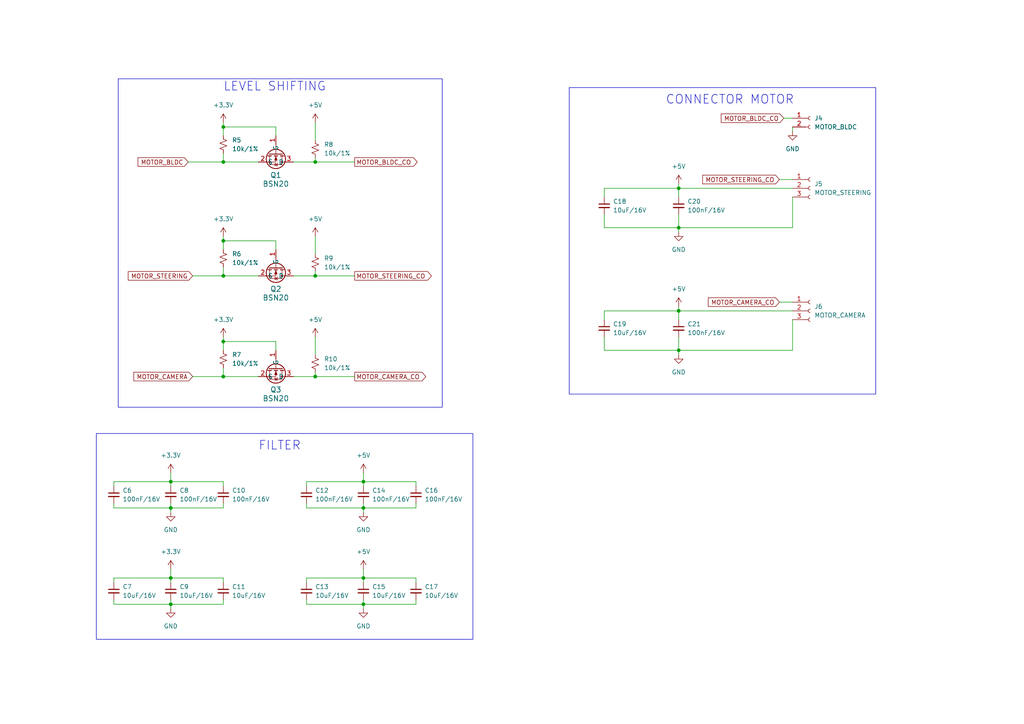
<source format=kicad_sch>
(kicad_sch (version 20230121) (generator eeschema)
  (paper "A4")
  (title_block (title "MOTOR") (date "2024-01-30"))
  (lib_symbols
    (symbol "BSN20BKR:BSN20" (pin_names (offset 0.254))
      (property "Reference" "Q" (at 10.16 1.27 0))
      (property "Value" "BSN20" (at 10.16 -1.27 0))
      (symbol "BSN20_0_1"
        (polyline (pts (xy 1.524 0) (xy -1.27 0)))
        (polyline (pts (xy 1.524 1.905) (xy 1.524 -1.905)) (stroke (width 0.254)))
        (polyline (pts (xy 2.032 -1.27) (xy 2.032 -2.286)) (stroke (width 0.254)))
        (polyline (pts (xy 2.032 0.508) (xy 2.032 -0.508)) (stroke (width 0.254)))
        (polyline (pts (xy 2.032 2.286) (xy 2.032 1.27)) (stroke (width 0.254)))
        (polyline (pts (xy 3.81 2.54) (xy 3.81 1.778)))
        (polyline (pts (xy 3.81 -2.54) (xy 3.81 0) (xy 2.032 0)))
        (polyline (pts (xy 2.032 -1.778) (xy 4.572 -1.778) (xy 4.572 1.778) (xy 2.032 1.778)))
        (polyline (pts (xy 2.286 0) (xy 3.302 0.381) (xy 3.302 -0.381) (xy 2.286 0)) (fill (type outline)))
        (polyline (pts (xy 4.064 0.508) (xy 4.191 0.381) (xy 4.953 0.381) (xy 5.08 0.254)))
        (polyline (pts (xy 4.572 0.381) (xy 4.191 -0.254) (xy 4.953 -0.254) (xy 4.572 0.381)))
        (circle (center 2.921 0) (radius 2.794) (stroke (width 0.254)))
        (circle (center 3.81 -1.778) (radius 0.254) (fill (type outline)))
        (circle (center 3.81 1.778) (radius 0.254) (fill (type outline)))
      )
      (symbol "BSN20_1_1"
        (pin input line (at -3.81 0 0) (length 2.54) (name "G") (number "1"))
        (pin passive line (at 3.81 -5.08 90) (length 2.54) (name "S") (number "2"))
        (pin passive line (at 3.81 5.08 270) (length 2.54) (name "D") (number "3"))
      )
    )
    (symbol "Connector:Conn_01x02_Socket" (pin_names (offset 1.016) hide)
      (property "Reference" "J" (at 0 2.54 0))
      (property "Value" "Conn_01x02_Socket" (at 0 -5.08 0))
      (symbol "Conn_01x02_Socket_1_1"
        (arc (start 0 -2.032) (mid -0.5058 -2.54) (end 0 -3.048) (stroke (width 0.1524)))
        (polyline (pts (xy -1.27 -2.54) (xy -0.508 -2.54)) (stroke (width 0.1524)))
        (polyline (pts (xy -1.27 0) (xy -0.508 0)) (stroke (width 0.1524)))
        (arc (start 0 0.508) (mid -0.5058 0) (end 0 -0.508) (stroke (width 0.1524)))
        (pin passive line (at -5.08 0 0) (length 3.81) (name "Pin_1") (number "1"))
        (pin passive line (at -5.08 -2.54 0) (length 3.81) (name "Pin_2") (number "2"))
      )
    )
    (symbol "Connector:Conn_01x03_Socket" (pin_names (offset 1.016) hide)
      (property "Reference" "J" (at 0 5.08 0))
      (property "Value" "Conn_01x03_Socket" (at 0 -5.08 0))
      (symbol "Conn_01x03_Socket_1_1"
        (arc (start 0 -2.032) (mid -0.5058 -2.54) (end 0 -3.048) (stroke (width 0.1524)))
        (polyline (pts (xy -1.27 -2.54) (xy -0.508 -2.54)) (stroke (width 0.1524)))
        (polyline (pts (xy -1.27 0) (xy -0.508 0)) (stroke (width 0.1524)))
        (polyline (pts (xy -1.27 2.54) (xy -0.508 2.54)) (stroke (width 0.1524)))
        (arc (start 0 0.508) (mid -0.5058 0) (end 0 -0.508) (stroke (width 0.1524)))
        (arc (start 0 3.048) (mid -0.5058 2.54) (end 0 2.032) (stroke (width 0.1524)))
        (pin passive line (at -5.08 2.54 0) (length 3.81) (name "Pin_1") (number "1"))
        (pin passive line (at -5.08 0 0) (length 3.81) (name "Pin_2") (number "2"))
        (pin passive line (at -5.08 -2.54 0) (length 3.81) (name "Pin_3") (number "3"))
      )
    )
    (symbol "Device:C_Small" (pin_numbers hide) (pin_names (offset 0.254) hide)
      (property "Reference" "C" (at 0.254 1.778 0))
      (property "Value" "C_Small" (at 0.254 -2.032 0))
      (symbol "C_Small_0_1"
        (polyline (pts (xy -1.524 -0.508) (xy 1.524 -0.508)) (stroke (width 0.3302)))
        (polyline (pts (xy -1.524 0.508) (xy 1.524 0.508)) (stroke (width 0.3048)))
      )
      (symbol "C_Small_1_1"
        (pin passive line (at 0 2.54 270) (length 2.032) (name "~") (number "1"))
        (pin passive line (at 0 -2.54 90) (length 2.032) (name "~") (number "2"))
      )
    )
    (symbol "Device:R_Small_US" (pin_numbers hide) (pin_names (offset 0.254) hide)
      (property "Reference" "R" (at 0.762 0.508 0))
      (property "Value" "R_Small_US" (at 0.762 -1.016 0))
      (symbol "R_Small_US_1_1"
        (polyline (pts (xy 0 0) (xy 1.016 -0.381) (xy 0 -0.762) (xy -1.016 -1.143) (xy 0 -1.524)))
        (polyline (pts (xy 0 1.524) (xy 1.016 1.143) (xy 0 0.762) (xy -1.016 0.381) (xy 0 0)))
        (pin passive line (at 0 2.54 270) (length 1.016) (name "~") (number "1"))
        (pin passive line (at 0 -2.54 90) (length 1.016) (name "~") (number "2"))
      )
    )
    (symbol "power:+3.3V" (power) (pin_names (offset 0))
      (property "Value" "+3.3V" (at 0 3.556 0))
      (symbol "+3.3V_0_1"
        (polyline (pts (xy -0.762 1.27) (xy 0 2.54)))
        (polyline (pts (xy 0 0) (xy 0 2.54)))
        (polyline (pts (xy 0 2.54) (xy 0.762 1.27)))
      )
      (symbol "+3.3V_1_1"
        (pin power_in line (at 0 0 90) (length 0) hide (name "+3.3V") (number "1"))
      )
    )
    (symbol "power:+5V" (power) (pin_names (offset 0))
      (property "Value" "+5V" (at 0 3.556 0))
      (symbol "+5V_0_1"
        (polyline (pts (xy -0.762 1.27) (xy 0 2.54)))
        (polyline (pts (xy 0 0) (xy 0 2.54)))
        (polyline (pts (xy 0 2.54) (xy 0.762 1.27)))
      )
      (symbol "+5V_1_1"
        (pin power_in line (at 0 0 90) (length 0) hide (name "+5V") (number "1"))
      )
    )
    (symbol "power:GND" (power) (pin_names (offset 0))
      (property "Value" "GND" (at 0 -3.81 0))
      (symbol "GND_0_1"
        (polyline (pts (xy 0 0) (xy 0 -1.27) (xy 1.27 -1.27) (xy 0 -2.54) (xy -1.27 -1.27) (xy 0 -1.27)))
      )
      (symbol "GND_1_1"
        (pin power_in line (at 0 0 270) (length 0) hide (name "GND") (number "1"))
      )
    )
  )
  (junction (at 64.77 109.22))
  (junction (at 64.77 99.06))
  (junction (at 105.41 139.7))
  (junction (at 91.44 109.22))
  (junction (at 49.53 167.64))
  (junction (at 105.41 167.64))
  (junction (at 49.53 147.32))
  (junction (at 196.85 66.04))
  (junction (at 49.53 139.7))
  (junction (at 196.85 101.6))
  (junction (at 91.44 46.99))
  (junction (at 105.41 175.26))
  (junction (at 64.77 46.99))
  (junction (at 49.53 175.26))
  (junction (at 196.85 54.61))
  (junction (at 64.77 69.85))
  (junction (at 64.77 36.83))
  (junction (at 64.77 80.01))
  (junction (at 196.85 90.17))
  (junction (at 105.41 147.32))
  (junction (at 91.44 80.01))
  (wire (pts (xy 105.41 139.7) (xy 105.41 140.97)))
  (wire (pts (xy 175.26 54.61) (xy 175.26 57.15)))
  (wire (pts (xy 105.41 147.32) (xy 105.41 148.59)))
  (wire (pts (xy 105.41 146.05) (xy 105.41 147.32)))
  (wire (pts (xy 80.01 39.37) (xy 80.01 36.83)))
  (wire (pts (xy 33.02 140.97) (xy 33.02 139.7)))
  (wire (pts (xy 49.53 137.16) (xy 49.53 139.7)))
  (wire (pts (xy 49.53 146.05) (xy 49.53 147.32)))
  (wire (pts (xy 88.9 146.05) (xy 88.9 147.32)))
  (wire (pts (xy 64.77 99.06) (xy 80.01 99.06)))
  (wire (pts (xy 196.85 54.61) (xy 175.26 54.61)))
  (wire (pts (xy 64.77 99.06) (xy 64.77 101.6)))
  (wire (pts (xy 64.77 167.64) (xy 64.77 168.91)))
  (wire (pts (xy 105.41 137.16) (xy 105.41 139.7)))
  (wire (pts (xy 55.88 109.22) (xy 64.77 109.22)))
  (wire (pts (xy 64.77 147.32) (xy 64.77 146.05)))
  (wire (pts (xy 120.65 139.7) (xy 120.65 140.97)))
  (wire (pts (xy 88.9 167.64) (xy 105.41 167.64)))
  (wire (pts (xy 74.93 109.22) (xy 64.77 109.22)))
  (wire (pts (xy 88.9 168.91) (xy 88.9 167.64)))
  (wire (pts (xy 91.44 45.72) (xy 91.44 46.99)))
  (wire (pts (xy 64.77 139.7) (xy 64.77 140.97)))
  (wire (pts (xy 175.26 101.6) (xy 196.85 101.6)))
  (wire (pts (xy 229.87 90.17) (xy 196.85 90.17)))
  (wire (pts (xy 91.44 46.99) (xy 102.87 46.99)))
  (wire (pts (xy 33.02 168.91) (xy 33.02 167.64)))
  (wire (pts (xy 88.9 147.32) (xy 105.41 147.32)))
  (wire (pts (xy 88.9 139.7) (xy 105.41 139.7)))
  (wire (pts (xy 49.53 139.7) (xy 64.77 139.7)))
  (wire (pts (xy 33.02 175.26) (xy 49.53 175.26)))
  (wire (pts (xy 196.85 90.17) (xy 175.26 90.17)))
  (wire (pts (xy 229.87 66.04) (xy 229.87 57.15)))
  (wire (pts (xy 196.85 90.17) (xy 196.85 92.71)))
  (wire (pts (xy 227.33 34.29) (xy 229.87 34.29)))
  (wire (pts (xy 88.9 175.26) (xy 105.41 175.26)))
  (wire (pts (xy 74.93 80.01) (xy 64.77 80.01)))
  (wire (pts (xy 196.85 53.34) (xy 196.85 54.61)))
  (wire (pts (xy 64.77 36.83) (xy 64.77 39.37)))
  (wire (pts (xy 196.85 101.6) (xy 196.85 102.87)))
  (wire (pts (xy 64.77 46.99) (xy 64.77 44.45)))
  (wire (pts (xy 54.61 46.99) (xy 64.77 46.99)))
  (wire (pts (xy 196.85 101.6) (xy 229.87 101.6)))
  (wire (pts (xy 196.85 66.04) (xy 196.85 67.31)))
  (wire (pts (xy 105.41 167.64) (xy 120.65 167.64)))
  (wire (pts (xy 105.41 175.26) (xy 120.65 175.26)))
  (wire (pts (xy 64.77 35.56) (xy 64.77 36.83)))
  (wire (pts (xy 175.26 62.23) (xy 175.26 66.04)))
  (wire (pts (xy 64.77 97.79) (xy 64.77 99.06)))
  (wire (pts (xy 80.01 72.39) (xy 80.01 69.85)))
  (wire (pts (xy 229.87 36.83) (xy 229.87 38.1)))
  (wire (pts (xy 196.85 88.9) (xy 196.85 90.17)))
  (wire (pts (xy 105.41 175.26) (xy 105.41 176.53)))
  (wire (pts (xy 49.53 167.64) (xy 49.53 168.91)))
  (wire (pts (xy 91.44 68.58) (xy 91.44 73.66)))
  (wire (pts (xy 64.77 80.01) (xy 64.77 77.47)))
  (wire (pts (xy 91.44 109.22) (xy 85.09 109.22)))
  (wire (pts (xy 91.44 97.79) (xy 91.44 102.87)))
  (wire (pts (xy 49.53 175.26) (xy 64.77 175.26)))
  (wire (pts (xy 64.77 36.83) (xy 80.01 36.83)))
  (wire (pts (xy 105.41 139.7) (xy 120.65 139.7)))
  (wire (pts (xy 33.02 167.64) (xy 49.53 167.64)))
  (wire (pts (xy 91.44 78.74) (xy 91.44 80.01)))
  (wire (pts (xy 33.02 139.7) (xy 49.53 139.7)))
  (wire (pts (xy 33.02 173.99) (xy 33.02 175.26)))
  (wire (pts (xy 49.53 139.7) (xy 49.53 140.97)))
  (wire (pts (xy 49.53 165.1) (xy 49.53 167.64)))
  (wire (pts (xy 175.26 90.17) (xy 175.26 92.71)))
  (wire (pts (xy 196.85 97.79) (xy 196.85 101.6)))
  (wire (pts (xy 196.85 66.04) (xy 229.87 66.04)))
  (wire (pts (xy 91.44 46.99) (xy 85.09 46.99)))
  (wire (pts (xy 64.77 175.26) (xy 64.77 173.99)))
  (wire (pts (xy 64.77 69.85) (xy 80.01 69.85)))
  (wire (pts (xy 64.77 109.22) (xy 64.77 106.68)))
  (wire (pts (xy 80.01 101.6) (xy 80.01 99.06)))
  (wire (pts (xy 33.02 146.05) (xy 33.02 147.32)))
  (wire (pts (xy 120.65 147.32) (xy 120.65 146.05)))
  (wire (pts (xy 88.9 140.97) (xy 88.9 139.7)))
  (wire (pts (xy 105.41 147.32) (xy 120.65 147.32)))
  (wire (pts (xy 49.53 167.64) (xy 64.77 167.64)))
  (wire (pts (xy 196.85 54.61) (xy 196.85 57.15)))
  (wire (pts (xy 49.53 173.99) (xy 49.53 175.26)))
  (wire (pts (xy 91.44 109.22) (xy 102.87 109.22)))
  (wire (pts (xy 91.44 80.01) (xy 85.09 80.01)))
  (wire (pts (xy 88.9 173.99) (xy 88.9 175.26)))
  (wire (pts (xy 120.65 167.64) (xy 120.65 168.91)))
  (wire (pts (xy 229.87 54.61) (xy 196.85 54.61)))
  (wire (pts (xy 55.88 80.01) (xy 64.77 80.01)))
  (wire (pts (xy 120.65 175.26) (xy 120.65 173.99)))
  (wire (pts (xy 49.53 147.32) (xy 49.53 148.59)))
  (wire (pts (xy 74.93 46.99) (xy 64.77 46.99)))
  (wire (pts (xy 229.87 101.6) (xy 229.87 92.71)))
  (wire (pts (xy 64.77 68.58) (xy 64.77 69.85)))
  (wire (pts (xy 175.26 66.04) (xy 196.85 66.04)))
  (wire (pts (xy 105.41 173.99) (xy 105.41 175.26)))
  (wire (pts (xy 49.53 147.32) (xy 64.77 147.32)))
  (wire (pts (xy 91.44 107.95) (xy 91.44 109.22)))
  (wire (pts (xy 105.41 165.1) (xy 105.41 167.64)))
  (wire (pts (xy 91.44 80.01) (xy 102.87 80.01)))
  (wire (pts (xy 33.02 147.32) (xy 49.53 147.32)))
  (wire (pts (xy 226.06 52.07) (xy 229.87 52.07)))
  (wire (pts (xy 175.26 97.79) (xy 175.26 101.6)))
  (wire (pts (xy 105.41 167.64) (xy 105.41 168.91)))
  (wire (pts (xy 49.53 175.26) (xy 49.53 176.53)))
  (wire (pts (xy 226.06 87.63) (xy 229.87 87.63)))
  (wire (pts (xy 196.85 62.23) (xy 196.85 66.04)))
  (wire (pts (xy 64.77 69.85) (xy 64.77 72.39)))
  (wire (pts (xy 91.44 35.56) (xy 91.44 40.64)))
  (rectangle (start 165.1 25.4) (end 254 114.3))
  (rectangle (start 34.29 22.86) (end 128.27 118.11))
  (rectangle (start 27.94 125.73) (end 137.16 185.42))
  (text "LEVEL SHIFTING" (at 64.77 26.67 0) (effects (font (size 2.54 2.54)) (justify left bottom)))
  (text "CONNECTOR MOTOR" (at 193.04 30.48 0) (effects (font (size 2.54 2.54)) (justify left bottom)))
  (text "FILTER" (at 74.93 130.81 0) (effects (font (size 2.54 2.54)) (justify left bottom)))
  (global_label "MOTOR_BLDC_CO" (shape output) (at 102.87 46.99 0) (property "Intersheetrefs" "${INTERSHEET_REFS}" (effects hide)))
  (global_label "MOTOR_CAMERA_CO" (shape output) (at 102.87 109.22 0) (property "Intersheetrefs" "${INTERSHEET_REFS}" (effects hide)))
  (global_label "MOTOR_STEERING_CO" (shape output) (at 102.87 80.01 0) (property "Intersheetrefs" "${INTERSHEET_REFS}" (effects hide)))
  (global_label "MOTOR_BLDC_CO" (shape input) (at 227.33 34.29 180) (property "Intersheetrefs" "${INTERSHEET_REFS}" (effects hide)))
  (global_label "MOTOR_CAMERA" (shape input) (at 55.88 109.22 180) (property "Intersheetrefs" "${INTERSHEET_REFS}" (effects hide)))
  (global_label "MOTOR_BLDC" (shape input) (at 54.61 46.99 180) (property "Intersheetrefs" "${INTERSHEET_REFS}" (effects hide)))
  (global_label "MOTOR_STEERING" (shape input) (at 55.88 80.01 180) (property "Intersheetrefs" "${INTERSHEET_REFS}" (effects hide)))
  (global_label "MOTOR_CAMERA_CO" (shape input) (at 226.06 87.63 180) (property "Intersheetrefs" "${INTERSHEET_REFS}" (effects hide)))
  (global_label "MOTOR_STEERING_CO" (shape input) (at 226.06 52.07 180) (property "Intersheetrefs" "${INTERSHEET_REFS}" (effects hide)))
  (symbol (lib_id "power:GND") (at 229.87 38.1 0) (unit 1)
    (property "Reference" "#PWR035" (effects hide))
    (property "Value" "GND" (at 229.87 43.18 0))
    (instances (project "BFMC" (path "" (reference "#PWR035") (unit 1))) (project "Brightness_Meter" (path "" (reference "#PWR043") (unit 1))))
  )
  (symbol (lib_id "power:+3.3V") (at 64.77 68.58 0) (unit 1)
    (property "Reference" "#PWR022" (effects hide))
    (property "Value" "+3.3V" (at 64.77 63.5 0))
  )
  (symbol (lib_id "Device:C_Small") (at 105.41 171.45 0) (unit 1)
    (property "Reference" "C15" (at 107.95 170.1863 0) (effects (justify left)))
    (property "Value" "10uF/16V" (at 107.95 172.7263 0) (effects (justify left)))
    (property "Footprint" "Capacitor_SMD:C_0603_1608Metric_Pad1.08x0.95mm_HandSolder" (effects hide))
    (property "URL" "https://www.thegioiic.com/tu-gom-0603-10uf-16v" (effects hide))
    (instances (project "BFMC" (path "" (reference "C15") (unit 1))) (project "Brightness_Meter" (path "" (reference "C16") (unit 1)) (path "" (reference "C26") (unit 1))))
  )
  (symbol (lib_id "power:+3.3V") (at 64.77 97.79 0) (unit 1)
    (property "Reference" "#PWR023" (effects hide))
    (property "Value" "+3.3V" (at 64.77 92.71 0))
  )
  (symbol (lib_id "Device:R_Small_US") (at 91.44 105.41 0) (unit 1)
    (property "Reference" "R10" (at 93.98 104.14 0) (effects (justify left)))
    (property "Value" "10k/1%" (at 93.98 106.68 0) (effects (justify left)))
    (property "Footprint" "Resistor_SMD:R_0603_1608Metric_Pad0.98x0.95mm_HandSolder" (effects hide))
    (property "URL" "https://www.thegioiic.com/dien-tro-10-kohm-0603-1-" (effects hide))
    (instances (project "BFMC" (path "" (reference "R10") (unit 1))) (project "Brightness_Meter" (path "" (reference "R16") (unit 1))))
  )
  (symbol (lib_id "Device:C_Small") (at 120.65 143.51 0) (unit 1)
    (property "Reference" "C16" (at 123.19 142.2463 0) (effects (justify left)))
    (property "Value" "100nF/16V" (at 123.19 144.7863 0) (effects (justify left)))
    (property "Footprint" "Capacitor_SMD:C_0603_1608Metric_Pad1.08x0.95mm_HandSolder" (effects hide))
    (property "URL" "https://www.thegioiic.com/tu-gom-0603-100nf-0-1uf-16v" (effects hide))
    (instances (project "BFMC" (path "" (reference "C16") (unit 1))) (project "Brightness_Meter" (path "" (reference "C16") (unit 1)) (path "" (reference "C23") (unit 1))))
  )
  (symbol (lib_id "power:+5V") (at 91.44 97.79 0) (unit 1)
    (property "Reference" "#PWR026" (effects hide))
    (property "Value" "+5V" (at 91.44 92.71 0))
  )
  (symbol (lib_id "Connector:Conn_01x02_Socket") (at 234.95 34.29 0) (unit 1)
    (property "Reference" "J4" (at 236.22 34.29 0) (effects (justify left)))
    (property "Value" "MOTOR_BLDC" (at 236.22 36.83 0) (effects (justify left)))
    (property "Footprint" "Connector_XH_2:au_XH_2.54mm_2_Chan_Dan_SMD_Nam_Ngang" (effects hide))
    (property "URL" "https://www.thegioiic.com/dau-xh-2-54mm-2-chan-dan-smd-nam-ngang" (effects hide))
  )
  (symbol (lib_id "power:+5V") (at 91.44 68.58 0) (unit 1)
    (property "Reference" "#PWR025" (effects hide))
    (property "Value" "+5V" (at 91.44 63.5 0))
  )
  (symbol (lib_id "power:GND") (at 105.41 148.59 0) (unit 1)
    (property "Reference" "#PWR028" (effects hide))
    (property "Value" "GND" (at 105.41 153.67 0))
    (instances (project "BFMC" (path "" (reference "#PWR028") (unit 1))) (project "Brightness_Meter" (path "" (reference "#PWR043") (unit 1))))
  )
  (symbol (lib_id "Device:C_Small") (at 88.9 143.51 0) (unit 1)
    (property "Reference" "C12" (at 91.44 142.2463 0) (effects (justify left)))
    (property "Value" "100nF/16V" (at 91.44 144.7863 0) (effects (justify left)))
    (property "Footprint" "Capacitor_SMD:C_0603_1608Metric_Pad1.08x0.95mm_HandSolder" (effects hide))
    (property "URL" "https://www.thegioiic.com/tu-gom-0603-100nf-0-1uf-16v" (effects hide))
    (instances (project "BFMC" (path "" (reference "C12") (unit 1))) (project "Brightness_Meter" (path "" (reference "C16") (unit 1)) (path "" (reference "C19") (unit 1))))
  )
  (symbol (lib_id "power:GND") (at 49.53 148.59 0) (unit 1)
    (property "Reference" "#PWR018" (effects hide))
    (property "Value" "GND" (at 49.53 153.67 0))
    (instances (project "BFMC" (path "" (reference "#PWR018") (unit 1))) (project "Brightness_Meter" (path "" (reference "#PWR043") (unit 1))))
  )
  (symbol (lib_id "power:+5V") (at 105.41 137.16 0) (unit 1)
    (property "Reference" "#PWR027" (effects hide))
    (property "Value" "+5V" (at 105.41 132.08 0))
  )
  (symbol (lib_id "Device:C_Small") (at 88.9 171.45 0) (unit 1)
    (property "Reference" "C13" (at 91.44 170.1863 0) (effects (justify left)))
    (property "Value" "10uF/16V" (at 91.44 172.7263 0) (effects (justify left)))
    (property "Footprint" "Capacitor_SMD:C_0603_1608Metric_Pad1.08x0.95mm_HandSolder" (effects hide))
    (property "URL" "https://www.thegioiic.com/tu-gom-0603-10uf-16v" (effects hide))
    (instances (project "BFMC" (path "" (reference "C13") (unit 1))) (project "Brightness_Meter" (path "" (reference "C16") (unit 1)) (path "" (reference "C26") (unit 1))))
  )
  (symbol (lib_id "Device:C_Small") (at 64.77 143.51 0) (unit 1)
    (property "Reference" "C10" (at 67.31 142.2463 0) (effects (justify left)))
    (property "Value" "100nF/16V" (at 67.31 144.7863 0) (effects (justify left)))
    (property "Footprint" "Capacitor_SMD:C_0603_1608Metric_Pad1.08x0.95mm_HandSolder" (effects hide))
    (property "URL" "https://www.thegioiic.com/tu-gom-0603-100nf-0-1uf-16v" (effects hide))
    (instances (project "BFMC" (path "" (reference "C10") (unit 1))) (project "Brightness_Meter" (path "" (reference "C16") (unit 1)) (path "" (reference "C23") (unit 1))))
  )
  (symbol (lib_id "Device:C_Small") (at 196.85 59.69 0) (unit 1)
    (property "Reference" "C20" (at 199.39 58.4263 0) (effects (justify left)))
    (property "Value" "100nF/16V" (at 199.39 60.9663 0) (effects (justify left)))
    (property "Footprint" "Capacitor_SMD:C_0603_1608Metric_Pad1.08x0.95mm_HandSolder" (effects hide))
    (property "URL" "https://www.thegioiic.com/tu-gom-0603-100nf-0-1uf-16v" (effects hide))
    (instances (project "BFMC" (path "" (reference "C20") (unit 1))) (project "Brightness_Meter" (path "" (reference "C16") (unit 1)) (path "" (reference "C19") (unit 1))))
  )
  (symbol (lib_id "BSN20BKR:BSN20") (at 80.01 105.41 270) (unit 1)
    (property "Reference" "Q3" (at 80.01 113.03 90) (effects (font (size 1.524 1.524))))
    (property "Value" "BSN20" (at 80.01 115.57 90) (effects (font (size 1.524 1.524))))
    (property "Footprint" "BSN20BKR:SOT23_NEX" (effects hide))
    (property "Datasheet" "BSN20" (effects hide))
    (property "URL" "https://www.thegioiic.com/bsn20bkr-mosfet-kenh-n-50v-173ma-sot-23" (effects hide))
  )
  (symbol (lib_id "Device:R_Small_US") (at 91.44 43.18 0) (unit 1)
    (property "Reference" "R8" (at 93.98 41.91 0) (effects (justify left)))
    (property "Value" "10k/1%" (at 93.98 44.45 0) (effects (justify left)))
    (property "Footprint" "Resistor_SMD:R_0603_1608Metric_Pad0.98x0.95mm_HandSolder" (effects hide))
    (property "URL" "https://www.thegioiic.com/dien-tro-10-kohm-0603-1-" (effects hide))
    (instances (project "BFMC" (path "" (reference "R8") (unit 1))) (project "Brightness_Meter" (path "" (reference "R16") (unit 1))))
  )
  (symbol (lib_id "Device:C_Small") (at 33.02 143.51 0) (unit 1)
    (property "Reference" "C6" (at 35.56 142.2463 0) (effects (justify left)))
    (property "Value" "100nF/16V" (at 35.56 144.7863 0) (effects (justify left)))
    (property "Footprint" "Capacitor_SMD:C_0603_1608Metric_Pad1.08x0.95mm_HandSolder" (effects hide))
    (property "URL" "https://www.thegioiic.com/tu-gom-0603-100nf-0-1uf-16v" (effects hide))
    (instances (project "BFMC" (path "" (reference "C6") (unit 1))) (project "Brightness_Meter" (path "" (reference "C16") (unit 1)) (path "" (reference "C19") (unit 1))))
  )
  (symbol (lib_id "Device:C_Small") (at 33.02 171.45 0) (unit 1)
    (property "Reference" "C7" (at 35.56 170.1863 0) (effects (justify left)))
    (property "Value" "10uF/16V" (at 35.56 172.7263 0) (effects (justify left)))
    (property "Footprint" "Capacitor_SMD:C_0603_1608Metric_Pad1.08x0.95mm_HandSolder" (effects hide))
    (property "URL" "https://www.thegioiic.com/tu-gom-0603-10uf-16v" (effects hide))
    (instances (project "BFMC" (path "" (reference "C7") (unit 1))) (project "Brightness_Meter" (path "" (reference "C16") (unit 1)) (path "" (reference "C26") (unit 1))))
  )
  (symbol (lib_id "Device:R_Small_US") (at 64.77 41.91 0) (unit 1)
    (property "Reference" "R5" (at 67.31 40.64 0) (effects (justify left)))
    (property "Value" "10k/1%" (at 67.31 43.18 0) (effects (justify left)))
    (property "Footprint" "Resistor_SMD:R_0603_1608Metric_Pad0.98x0.95mm_HandSolder" (effects hide))
    (property "URL" "https://www.thegioiic.com/dien-tro-10-kohm-0603-1-" (effects hide))
    (instances (project "BFMC" (path "" (reference "R5") (unit 1))) (project "Brightness_Meter" (path "" (reference "R16") (unit 1))))
  )
  (symbol (lib_id "power:+5V") (at 91.44 35.56 0) (unit 1)
    (property "Reference" "#PWR024" (effects hide))
    (property "Value" "+5V" (at 91.44 30.48 0))
  )
  (symbol (lib_id "Device:C_Small") (at 49.53 143.51 0) (unit 1)
    (property "Reference" "C8" (at 52.07 142.2463 0) (effects (justify left)))
    (property "Value" "100nF/16V" (at 52.07 144.7863 0) (effects (justify left)))
    (property "Footprint" "Capacitor_SMD:C_0603_1608Metric_Pad1.08x0.95mm_HandSolder" (effects hide))
    (property "URL" "https://www.thegioiic.com/tu-gom-0603-100nf-0-1uf-16v" (effects hide))
    (instances (project "BFMC" (path "" (reference "C8") (unit 1))) (project "Brightness_Meter" (path "" (reference "C16") (unit 1)) (path "" (reference "C21") (unit 1))))
  )
  (symbol (lib_id "BSN20BKR:BSN20") (at 80.01 76.2 270) (unit 1)
    (property "Reference" "Q2" (at 80.01 83.82 90) (effects (font (size 1.524 1.524))))
    (property "Value" "BSN20" (at 80.01 86.36 90) (effects (font (size 1.524 1.524))))
    (property "Footprint" "BSN20BKR:SOT23_NEX" (effects hide))
    (property "Datasheet" "BSN20" (effects hide))
    (property "URL" "https://www.thegioiic.com/bsn20bkr-mosfet-kenh-n-50v-173ma-sot-23" (effects hide))
  )
  (symbol (lib_id "power:GND") (at 49.53 176.53 0) (unit 1)
    (property "Reference" "#PWR020" (effects hide))
    (property "Value" "GND" (at 49.53 181.61 0))
    (instances (project "BFMC" (path "" (reference "#PWR020") (unit 1))) (project "Brightness_Meter" (path "" (reference "#PWR043") (unit 1))))
  )
  (symbol (lib_id "power:+5V") (at 196.85 88.9 0) (unit 1)
    (property "Reference" "#PWR033" (effects hide))
    (property "Value" "+5V" (at 196.85 83.82 0))
  )
  (symbol (lib_id "Device:C_Small") (at 196.85 95.25 0) (unit 1)
    (property "Reference" "C21" (at 199.39 93.9863 0) (effects (justify left)))
    (property "Value" "100nF/16V" (at 199.39 96.5263 0) (effects (justify left)))
    (property "Footprint" "Capacitor_SMD:C_0603_1608Metric_Pad1.08x0.95mm_HandSolder" (effects hide))
    (property "URL" "https://www.thegioiic.com/tu-gom-0603-100nf-0-1uf-16v" (effects hide))
    (instances (project "BFMC" (path "" (reference "C21") (unit 1))) (project "Brightness_Meter" (path "" (reference "C16") (unit 1)) (path "" (reference "C19") (unit 1))))
  )
  (symbol (lib_id "Device:C_Small") (at 64.77 171.45 0) (unit 1)
    (property "Reference" "C11" (at 67.31 170.1863 0) (effects (justify left)))
    (property "Value" "10uF/16V" (at 67.31 172.7263 0) (effects (justify left)))
    (property "Footprint" "Capacitor_SMD:C_0603_1608Metric_Pad1.08x0.95mm_HandSolder" (effects hide))
    (property "URL" "https://www.thegioiic.com/tu-gom-0603-10uf-16v" (effects hide))
    (instances (project "BFMC" (path "" (reference "C11") (unit 1))) (project "Brightness_Meter" (path "" (reference "C16") (unit 1)) (path "" (reference "C26") (unit 1))))
  )
  (symbol (lib_id "Device:C_Small") (at 49.53 171.45 0) (unit 1)
    (property "Reference" "C9" (at 52.07 170.1863 0) (effects (justify left)))
    (property "Value" "10uF/16V" (at 52.07 172.7263 0) (effects (justify left)))
    (property "Footprint" "Capacitor_SMD:C_0603_1608Metric_Pad1.08x0.95mm_HandSolder" (effects hide))
    (property "URL" "https://www.thegioiic.com/tu-gom-0603-10uf-16v" (effects hide))
    (instances (project "BFMC" (path "" (reference "C9") (unit 1))) (project "Brightness_Meter" (path "" (reference "C16") (unit 1)) (path "" (reference "C26") (unit 1))))
  )
  (symbol (lib_id "power:GND") (at 196.85 102.87 0) (unit 1)
    (property "Reference" "#PWR034" (effects hide))
    (property "Value" "GND" (at 196.85 107.95 0))
    (instances (project "BFMC" (path "" (reference "#PWR034") (unit 1))) (project "Brightness_Meter" (path "" (reference "#PWR043") (unit 1))))
  )
  (symbol (lib_id "Device:R_Small_US") (at 64.77 104.14 0) (unit 1)
    (property "Reference" "R7" (at 67.31 102.87 0) (effects (justify left)))
    (property "Value" "10k/1%" (at 67.31 105.41 0) (effects (justify left)))
    (property "Footprint" "Resistor_SMD:R_0603_1608Metric_Pad0.98x0.95mm_HandSolder" (effects hide))
    (property "URL" "https://www.thegioiic.com/dien-tro-10-kohm-0603-1-" (effects hide))
    (instances (project "BFMC" (path "" (reference "R7") (unit 1))) (project "Brightness_Meter" (path "" (reference "R16") (unit 1))))
  )
  (symbol (lib_id "power:+3.3V") (at 49.53 137.16 0) (unit 1)
    (property "Reference" "#PWR017" (effects hide))
    (property "Value" "+3.3V" (at 49.53 132.08 0))
    (instances (project "BFMC" (path "" (reference "#PWR017") (unit 1))) (project "Brightness_Meter" (path "" (reference "#PWR042") (unit 1))))
  )
  (symbol (lib_id "Device:R_Small_US") (at 64.77 74.93 0) (unit 1)
    (property "Reference" "R6" (at 67.31 73.66 0) (effects (justify left)))
    (property "Value" "10k/1%" (at 67.31 76.2 0) (effects (justify left)))
    (property "Footprint" "Resistor_SMD:R_0603_1608Metric_Pad0.98x0.95mm_HandSolder" (effects hide))
    (property "URL" "https://www.thegioiic.com/dien-tro-10-kohm-0603-1-" (effects hide))
    (instances (project "BFMC" (path "" (reference "R6") (unit 1))) (project "Brightness_Meter" (path "" (reference "R16") (unit 1))))
  )
  (symbol (lib_id "Connector:Conn_01x03_Socket") (at 234.95 90.17 0) (unit 1)
    (property "Reference" "J6" (at 236.22 88.9 0) (effects (justify left)))
    (property "Value" "MOTOR_CAMERA" (at 236.22 91.44 0) (effects (justify left)))
    (property "Footprint" "Connector_PinHeader_2.54mm:PinHeader_1x03_P2.54mm_Horizontal" (effects hide))
    (property "URL" "https://www.thegioiic.com/hang-rao-duc-don-2-54mm-40-chan-cong-1-hang-cao-6mm-xuyen-lo" (effects hide))
  )
  (symbol (lib_id "power:+5V") (at 105.41 165.1 0) (unit 1)
    (property "Reference" "#PWR029" (effects hide))
    (property "Value" "+5V" (at 105.41 160.02 0))
  )
  (symbol (lib_id "power:GND") (at 196.85 67.31 0) (unit 1)
    (property "Reference" "#PWR032" (effects hide))
    (property "Value" "GND" (at 196.85 72.39 0))
    (instances (project "BFMC" (path "" (reference "#PWR032") (unit 1))) (project "Brightness_Meter" (path "" (reference "#PWR043") (unit 1))))
  )
  (symbol (lib_id "Device:C_Small") (at 120.65 171.45 0) (unit 1)
    (property "Reference" "C17" (at 123.19 170.1863 0) (effects (justify left)))
    (property "Value" "10uF/16V" (at 123.19 172.7263 0) (effects (justify left)))
    (property "Footprint" "Capacitor_SMD:C_0603_1608Metric_Pad1.08x0.95mm_HandSolder" (effects hide))
    (property "URL" "https://www.thegioiic.com/tu-gom-0603-10uf-16v" (effects hide))
    (instances (project "BFMC" (path "" (reference "C17") (unit 1))) (project "Brightness_Meter" (path "" (reference "C16") (unit 1)) (path "" (reference "C26") (unit 1))))
  )
  (symbol (lib_id "BSN20BKR:BSN20") (at 80.01 43.18 270) (unit 1)
    (property "Reference" "Q1" (at 80.01 50.8 90) (effects (font (size 1.524 1.524))))
    (property "Value" "BSN20" (at 80.01 53.34 90) (effects (font (size 1.524 1.524))))
    (property "Footprint" "BSN20BKR:SOT23_NEX" (effects hide))
    (property "Datasheet" "BSN20" (effects hide))
    (property "URL" "https://www.thegioiic.com/bsn20bkr-mosfet-kenh-n-50v-173ma-sot-23" (effects hide))
  )
  (symbol (lib_id "power:+3.3V") (at 64.77 35.56 0) (unit 1)
    (property "Reference" "#PWR021" (effects hide))
    (property "Value" "+3.3V" (at 64.77 30.48 0))
  )
  (symbol (lib_id "Device:C_Small") (at 105.41 143.51 0) (unit 1)
    (property "Reference" "C14" (at 107.95 142.2463 0) (effects (justify left)))
    (property "Value" "100nF/16V" (at 107.95 144.7863 0) (effects (justify left)))
    (property "Footprint" "Capacitor_SMD:C_0603_1608Metric_Pad1.08x0.95mm_HandSolder" (effects hide))
    (property "URL" "https://www.thegioiic.com/tu-gom-0603-100nf-0-1uf-16v" (effects hide))
    (instances (project "BFMC" (path "" (reference "C14") (unit 1))) (project "Brightness_Meter" (path "" (reference "C16") (unit 1)) (path "" (reference "C21") (unit 1))))
  )
  (symbol (lib_id "power:+5V") (at 196.85 53.34 0) (unit 1)
    (property "Reference" "#PWR031" (effects hide))
    (property "Value" "+5V" (at 196.85 48.26 0))
  )
  (symbol (lib_id "Connector:Conn_01x03_Socket") (at 234.95 54.61 0) (unit 1)
    (property "Reference" "J5" (at 236.22 53.34 0) (effects (justify left)))
    (property "Value" "MOTOR_STEERING" (at 236.22 55.88 0) (effects (justify left)))
    (property "Footprint" "Connector_PinHeader_2.54mm:PinHeader_1x03_P2.54mm_Horizontal" (effects hide))
    (property "URL" "https://www.thegioiic.com/hang-rao-duc-don-2-54mm-40-chan-cong-1-hang-cao-6mm-xuyen-lo" (effects hide))
  )
  (symbol (lib_id "Device:C_Small") (at 175.26 95.25 0) (unit 1)
    (property "Reference" "C19" (at 177.8 93.9863 0) (effects (justify left)))
    (property "Value" "10uF/16V" (at 177.8 96.5263 0) (effects (justify left)))
    (property "Footprint" "Capacitor_SMD:C_0603_1608Metric_Pad1.08x0.95mm_HandSolder" (effects hide))
    (property "URL" "https://www.thegioiic.com/tu-gom-0603-10uf-16v" (effects hide))
    (instances (project "BFMC" (path "" (reference "C19") (unit 1))) (project "Brightness_Meter" (path "" (reference "C16") (unit 1)) (path "" (reference "C26") (unit 1))))
  )
  (symbol (lib_id "Device:R_Small_US") (at 91.44 76.2 0) (unit 1)
    (property "Reference" "R9" (at 93.98 74.93 0) (effects (justify left)))
    (property "Value" "10k/1%" (at 93.98 77.47 0) (effects (justify left)))
    (property "Footprint" "Resistor_SMD:R_0603_1608Metric_Pad0.98x0.95mm_HandSolder" (effects hide))
    (property "URL" "https://www.thegioiic.com/dien-tro-10-kohm-0603-1-" (effects hide))
    (instances (project "BFMC" (path "" (reference "R9") (unit 1))) (project "Brightness_Meter" (path "" (reference "R16") (unit 1))))
  )
  (symbol (lib_id "power:GND") (at 105.41 176.53 0) (unit 1)
    (property "Reference" "#PWR030" (effects hide))
    (property "Value" "GND" (at 105.41 181.61 0))
    (instances (project "BFMC" (path "" (reference "#PWR030") (unit 1))) (project "Brightness_Meter" (path "" (reference "#PWR043") (unit 1))))
  )
  (symbol (lib_id "Device:C_Small") (at 175.26 59.69 0) (unit 1)
    (property "Reference" "C18" (at 177.8 58.4263 0) (effects (justify left)))
    (property "Value" "10uF/16V" (at 177.8 60.9663 0) (effects (justify left)))
    (property "Footprint" "Capacitor_SMD:C_0603_1608Metric_Pad1.08x0.95mm_HandSolder" (effects hide))
    (property "URL" "https://www.thegioiic.com/tu-gom-0603-10uf-16v" (effects hide))
    (instances (project "BFMC" (path "" (reference "C18") (unit 1))) (project "Brightness_Meter" (path "" (reference "C16") (unit 1)) (path "" (reference "C26") (unit 1))))
  )
  (symbol (lib_id "power:+3.3V") (at 49.53 165.1 0) (unit 1)
    (property "Reference" "#PWR019" (effects hide))
    (property "Value" "+3.3V" (at 49.53 160.02 0))
    (instances (project "BFMC" (path "" (reference "#PWR019") (unit 1))) (project "Brightness_Meter" (path "" (reference "#PWR042") (unit 1))))
  )
)
</source>
